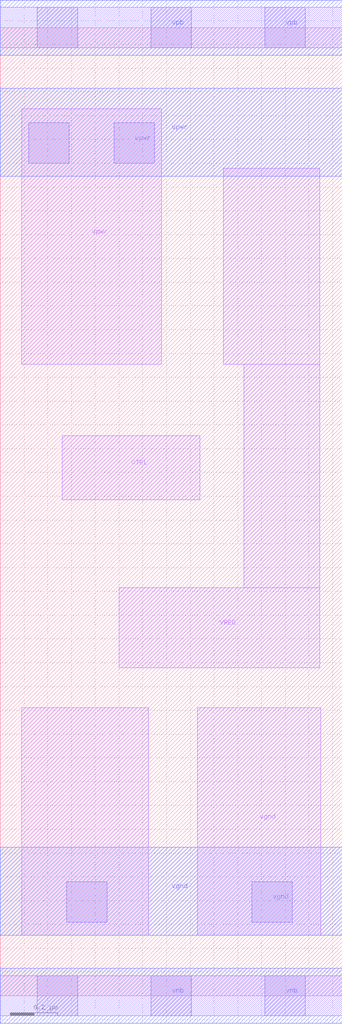
<source format=lef>
VERSION 5.6 ;
#  NOWIREEXTENSIONATPIN ON ;
#  DIVIDERCHAR "/" ;
  BUSBITCHARS "[]" ;
  DIVIDERCHAR "/" ;

#UNITS
#  DATABASE MICRONS 200 ;
#END UNITS

#LAYER via2
#  TYPE CUT ;
#END via2

#LAYER via
#  TYPE CUT ;
#END via

#LAYER nwell
#  TYPE MASTERSLICE ;
#END nwell

#LAYER via3
#  TYPE CUT ;
#END via3

#LAYER pwell
#  TYPE MASTERSLICE ;
#END pwell

#LAYER via4
#  TYPE CUT ;
#END via4

#LAYER mcon
#  TYPE CUT ;
#END mcon

#LAYER met6
#  TYPE ROUTING ;
#  WIDTH 0.030000 ;
#  SPACING 0.040000 ;
#  DIRECTION HORIZONTAL ;
#END met6

#LAYER met1
#  TYPE ROUTING ;
#  WIDTH 0.140000 ;
#  SPACING 0.140000 ;
#  DIRECTION HORIZONTAL ;
#END met1

#LAYER met3
#  TYPE ROUTING ;
#  WIDTH 0.300000 ;
#  SPACING 0.300000 ;
#  DIRECTION HORIZONTAL ;
#END met3

#LAYER met2
#  TYPE ROUTING ;
#  WIDTH 0.140000 ;
#  SPACING 0.140000 ;
#  DIRECTION HORIZONTAL ;
#END met2

#LAYER met4
#  TYPE ROUTING ;
#  WIDTH 0.300000 ;
#  SPACING 0.300000 ;
#  DIRECTION HORIZONTAL ;
#END met4

#LAYER met5
#  TYPE ROUTING ;
#  WIDTH 1.600000 ;
#  SPACING 1.600000 ;
#  DIRECTION HORIZONTAL ;
#END met5

#LAYER li1
#  TYPE ROUTING ;
#  WIDTH 0.170000 ;
#  SPACING 0.170000 ;
#  DIRECTION HORIZONTAL ;
#END li1

MACRO PT_UNIT_CELL
  CLASS CORE ;
  ORIGIN 0 0 ;
  FOREIGN PT_UNIT_CELL 0 0 ;
  SIZE 1.440 BY 4.070 ;
  SYMMETRY X Y ;
  SITE unithd ;
  PIN CTRL
#    ANTENNAGATEAREA 0.375000 ;
    DIRECTION INPUT ;
    USE SIGNAL ;
    PORT
      LAYER li1 ;
        RECT 0.260 2.085 0.840 2.355 ;
    END
  END CTRL
  PIN VREG
 #   ANTENNAGATEAREA 0.375000 ;
 #   ANTENNADIFFAREA 0.213750 ;
    DIRECTION INOUT ;
    USE POWER ;
    PORT
      LAYER li1 ;
        RECT 0.940 2.655 1.345 3.480 ;
        RECT 1.025 1.715 1.345 2.655 ;
        RECT 0.500 1.380 1.345 1.715 ;
    END
  END VREG
  PIN vgnd
  #  ANTENNADIFFAREA 0.427500 ;
    DIRECTION INOUT ;
    USE GROUND ;
    PORT
      LAYER li1 ;
        RECT 0.090 0.255 0.625 1.210 ;
        RECT 0.830 0.255 1.350 1.210 ;
      LAYER mcon ;
        RECT 0.280 0.310 0.450 0.480 ;
        RECT 1.060 0.310 1.230 0.480 ;
      LAYER met1 ;
        RECT 0.000 0.255 1.440 0.625 ;
    END
  END vgnd
  PIN vpb
#    ANTENNADIFFAREA 0.244800 ;
    DIRECTION INOUT ;
    USE POWER ;
    PORT
      #LAYER nwell ;
      #  RECT -0.330 1.885 1.770 4.490 ;
      LAYER li1 ;
        RECT 0.000 3.985 1.440 4.155 ;
      LAYER mcon ;
        RECT 0.155 3.985 0.325 4.155 ;
        RECT 0.635 3.985 0.805 4.155 ;
        RECT 1.115 3.985 1.285 4.155 ;
      LAYER met1 ;
        RECT 0.000 3.955 1.440 4.185 ;
    END
  END vpb
  PIN vnb
#    ANTENNADIFFAREA 0.244800 ;
    DIRECTION INOUT ;
    USE GROUND ;
    PORT
      #LAYER pwell ;
      #  RECT 0.090 0.215 1.420 1.415 ;
      #  RECT -0.130 -0.215 1.570 0.215 ;
      LAYER li1 ;
        RECT 0.000 -0.085 1.440 0.085 ;
      LAYER mcon ;
        RECT 0.155 -0.085 0.325 0.085 ;
        RECT 0.635 -0.085 0.805 0.085 ;
        RECT 1.115 -0.085 1.285 0.085 ;
      LAYER met1 ;
        RECT 0.000 -0.115 1.440 0.115 ;
    END
  END vnb
  PIN vpwr
#    ANTENNADIFFAREA 0.213750 ;
    DIRECTION INOUT ;
    USE POWER ;
    PORT
      LAYER li1 ;
        RECT 0.090 2.655 0.680 3.730 ;
      LAYER mcon ;
        RECT 0.120 3.500 0.290 3.670 ;
        RECT 0.480 3.500 0.650 3.670 ;
      LAYER met1 ;
        RECT 0.000 3.445 1.440 3.815 ;
    END
  END vpwr
END PT_UNIT_CELL
END LIBRARY


</source>
